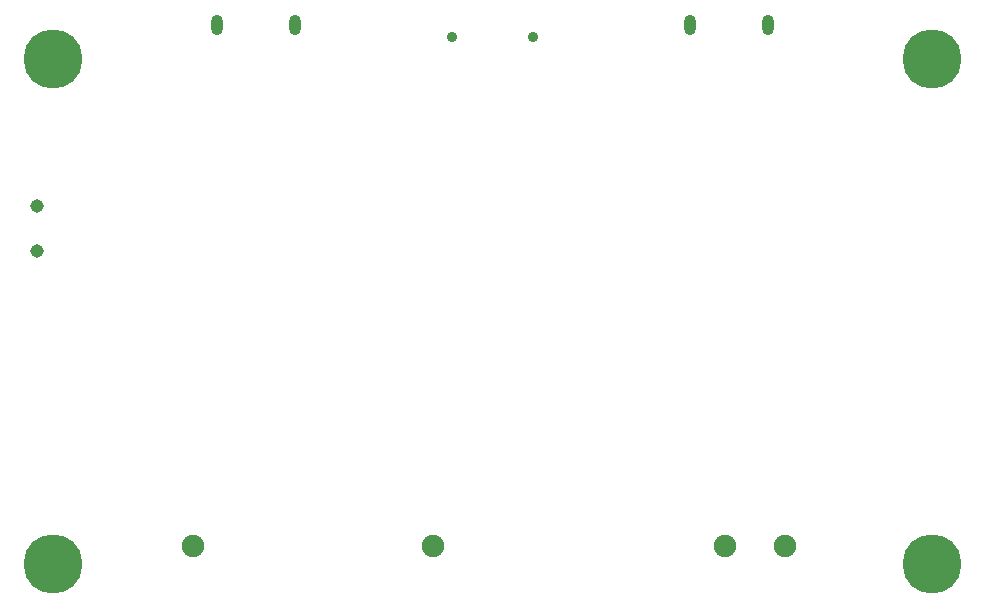
<source format=gbs>
G04*
G04 #@! TF.GenerationSoftware,Altium Limited,Altium Designer,20.1.14 (287)*
G04*
G04 Layer_Color=16711935*
%FSLAX24Y24*%
%MOIN*%
G70*
G04*
G04 #@! TF.SameCoordinates,36825D0D-408E-4E44-9134-4F5201A7400A*
G04*
G04*
G04 #@! TF.FilePolarity,Negative*
G04*
G01*
G75*
%ADD144C,0.0748*%
%ADD145C,0.0449*%
%ADD146C,0.1969*%
%ADD147C,0.0354*%
%ADD148O,0.0402X0.0677*%
D144*
X6866Y2817D02*
D03*
X14866D02*
D03*
X24591D02*
D03*
X26591D02*
D03*
D145*
X1687Y14132D02*
D03*
Y12632D02*
D03*
D146*
X2205Y19047D02*
D03*
X2205Y2205D02*
D03*
X31496D02*
D03*
X31496Y19047D02*
D03*
D147*
X18189Y19764D02*
D03*
X15512D02*
D03*
D148*
X7677Y20187D02*
D03*
X10276D02*
D03*
X23425D02*
D03*
X26024D02*
D03*
M02*

</source>
